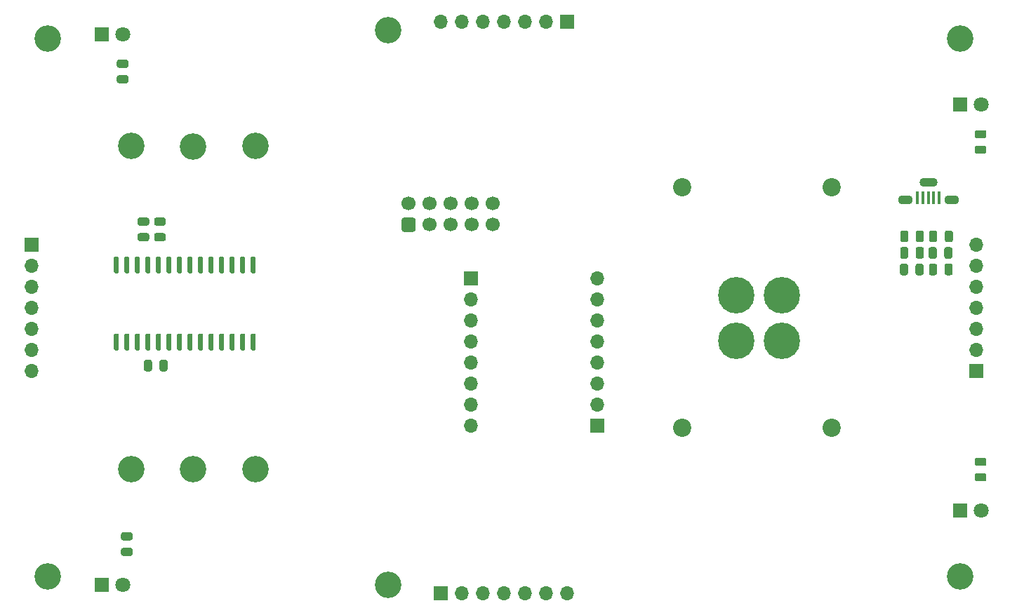
<source format=gts>
G04 #@! TF.GenerationSoftware,KiCad,Pcbnew,5.99.0-unknown-15c4a7b06~104~ubuntu18.04.1*
G04 #@! TF.CreationDate,2020-09-30T21:22:09+01:00*
G04 #@! TF.ProjectId,nesta proto 2.1,6e657374-6120-4707-926f-746f20322e31,rev?*
G04 #@! TF.SameCoordinates,Original*
G04 #@! TF.FileFunction,Soldermask,Top*
G04 #@! TF.FilePolarity,Negative*
%FSLAX46Y46*%
G04 Gerber Fmt 4.6, Leading zero omitted, Abs format (unit mm)*
G04 Created by KiCad (PCBNEW 5.99.0-unknown-15c4a7b06~104~ubuntu18.04.1) date 2020-09-30 21:22:09*
%MOMM*%
%LPD*%
G01*
G04 APERTURE LIST*
%ADD10C,3.200000*%
%ADD11C,4.400000*%
%ADD12C,0.700000*%
%ADD13R,1.800000X1.800000*%
%ADD14C,1.800000*%
%ADD15R,1.700000X1.700000*%
%ADD16O,1.700000X1.700000*%
%ADD17C,2.200000*%
%ADD18C,1.700000*%
%ADD19R,0.450000X1.500000*%
%ADD20O,2.200000X1.100000*%
%ADD21O,1.800000X1.100000*%
G04 APERTURE END LIST*
G36*
G01*
X207956250Y-94925000D02*
X207043750Y-94925000D01*
G75*
G02*
X206800000Y-94681250I0J243750D01*
G01*
X206800000Y-94193750D01*
G75*
G02*
X207043750Y-93950000I243750J0D01*
G01*
X207956250Y-93950000D01*
G75*
G02*
X208200000Y-94193750I0J-243750D01*
G01*
X208200000Y-94681250D01*
G75*
G02*
X207956250Y-94925000I-243750J0D01*
G01*
G37*
G36*
G01*
X207956250Y-93050000D02*
X207043750Y-93050000D01*
G75*
G02*
X206800000Y-92806250I0J243750D01*
G01*
X206800000Y-92318750D01*
G75*
G02*
X207043750Y-92075000I243750J0D01*
G01*
X207956250Y-92075000D01*
G75*
G02*
X208200000Y-92318750I0J-243750D01*
G01*
X208200000Y-92806250D01*
G75*
G02*
X207956250Y-93050000I-243750J0D01*
G01*
G37*
G36*
G01*
X200625000Y-108443750D02*
X200625000Y-109356250D01*
G75*
G02*
X200381250Y-109600000I-243750J0D01*
G01*
X199893750Y-109600000D01*
G75*
G02*
X199650000Y-109356250I0J243750D01*
G01*
X199650000Y-108443750D01*
G75*
G02*
X199893750Y-108200000I243750J0D01*
G01*
X200381250Y-108200000D01*
G75*
G02*
X200625000Y-108443750I0J-243750D01*
G01*
G37*
G36*
G01*
X198750000Y-108443750D02*
X198750000Y-109356250D01*
G75*
G02*
X198506250Y-109600000I-243750J0D01*
G01*
X198018750Y-109600000D01*
G75*
G02*
X197775000Y-109356250I0J243750D01*
G01*
X197775000Y-108443750D01*
G75*
G02*
X198018750Y-108200000I243750J0D01*
G01*
X198506250Y-108200000D01*
G75*
G02*
X198750000Y-108443750I0J-243750D01*
G01*
G37*
D10*
X105000000Y-133000000D03*
X205000000Y-146000000D03*
G36*
G01*
X200650000Y-106443750D02*
X200650000Y-107356250D01*
G75*
G02*
X200406250Y-107600000I-243750J0D01*
G01*
X199918750Y-107600000D01*
G75*
G02*
X199675000Y-107356250I0J243750D01*
G01*
X199675000Y-106443750D01*
G75*
G02*
X199918750Y-106200000I243750J0D01*
G01*
X200406250Y-106200000D01*
G75*
G02*
X200650000Y-106443750I0J-243750D01*
G01*
G37*
G36*
G01*
X198775000Y-106443750D02*
X198775000Y-107356250D01*
G75*
G02*
X198531250Y-107600000I-243750J0D01*
G01*
X198043750Y-107600000D01*
G75*
G02*
X197800000Y-107356250I0J243750D01*
G01*
X197800000Y-106443750D01*
G75*
G02*
X198043750Y-106200000I243750J0D01*
G01*
X198531250Y-106200000D01*
G75*
G02*
X198775000Y-106443750I0J-243750D01*
G01*
G37*
X95000000Y-81000000D03*
X112500000Y-94050000D03*
G36*
G01*
X104456250Y-86425000D02*
X103543750Y-86425000D01*
G75*
G02*
X103300000Y-86181250I0J243750D01*
G01*
X103300000Y-85693750D01*
G75*
G02*
X103543750Y-85450000I243750J0D01*
G01*
X104456250Y-85450000D01*
G75*
G02*
X104700000Y-85693750I0J-243750D01*
G01*
X104700000Y-86181250D01*
G75*
G02*
X104456250Y-86425000I-243750J0D01*
G01*
G37*
G36*
G01*
X104456250Y-84550000D02*
X103543750Y-84550000D01*
G75*
G02*
X103300000Y-84306250I0J243750D01*
G01*
X103300000Y-83818750D01*
G75*
G02*
X103543750Y-83575000I243750J0D01*
G01*
X104456250Y-83575000D01*
G75*
G02*
X104700000Y-83818750I0J-243750D01*
G01*
X104700000Y-84306250D01*
G75*
G02*
X104456250Y-84550000I-243750J0D01*
G01*
G37*
G36*
G01*
X104043750Y-140637500D02*
X104956250Y-140637500D01*
G75*
G02*
X105200000Y-140881250I0J-243750D01*
G01*
X105200000Y-141368750D01*
G75*
G02*
X104956250Y-141612500I-243750J0D01*
G01*
X104043750Y-141612500D01*
G75*
G02*
X103800000Y-141368750I0J243750D01*
G01*
X103800000Y-140881250D01*
G75*
G02*
X104043750Y-140637500I243750J0D01*
G01*
G37*
G36*
G01*
X104043750Y-142512500D02*
X104956250Y-142512500D01*
G75*
G02*
X105200000Y-142756250I0J-243750D01*
G01*
X105200000Y-143243750D01*
G75*
G02*
X104956250Y-143487500I-243750J0D01*
G01*
X104043750Y-143487500D01*
G75*
G02*
X103800000Y-143243750I0J243750D01*
G01*
X103800000Y-142756250D01*
G75*
G02*
X104043750Y-142512500I243750J0D01*
G01*
G37*
D11*
X178000000Y-112000000D03*
D12*
X176833274Y-113166726D03*
X176833274Y-110833274D03*
X179166726Y-113166726D03*
X179166726Y-110833274D03*
X179650000Y-112000000D03*
X176350000Y-112000000D03*
X178000000Y-113650000D03*
X178000000Y-110350000D03*
X176833274Y-116333274D03*
X178000000Y-119150000D03*
X179166726Y-118666726D03*
X176350000Y-117500000D03*
X178000000Y-115850000D03*
D11*
X178000000Y-117500000D03*
D12*
X176833274Y-118666726D03*
X179166726Y-116333274D03*
X179650000Y-117500000D03*
D10*
X120000000Y-133000000D03*
D13*
X101500000Y-80500000D03*
D14*
X104040000Y-80500000D03*
D10*
X136000000Y-147000000D03*
X105000000Y-94000000D03*
G36*
G01*
X207043750Y-131637500D02*
X207956250Y-131637500D01*
G75*
G02*
X208200000Y-131881250I0J-243750D01*
G01*
X208200000Y-132368750D01*
G75*
G02*
X207956250Y-132612500I-243750J0D01*
G01*
X207043750Y-132612500D01*
G75*
G02*
X206800000Y-132368750I0J243750D01*
G01*
X206800000Y-131881250D01*
G75*
G02*
X207043750Y-131637500I243750J0D01*
G01*
G37*
G36*
G01*
X207043750Y-133512500D02*
X207956250Y-133512500D01*
G75*
G02*
X208200000Y-133756250I0J-243750D01*
G01*
X208200000Y-134243750D01*
G75*
G02*
X207956250Y-134487500I-243750J0D01*
G01*
X207043750Y-134487500D01*
G75*
G02*
X206800000Y-134243750I0J243750D01*
G01*
X206800000Y-133756250D01*
G75*
G02*
X207043750Y-133512500I243750J0D01*
G01*
G37*
G36*
G01*
X119605000Y-107325000D02*
X119905000Y-107325000D01*
G75*
G02*
X120055000Y-107475000I0J-150000D01*
G01*
X120055000Y-109225000D01*
G75*
G02*
X119905000Y-109375000I-150000J0D01*
G01*
X119605000Y-109375000D01*
G75*
G02*
X119455000Y-109225000I0J150000D01*
G01*
X119455000Y-107475000D01*
G75*
G02*
X119605000Y-107325000I150000J0D01*
G01*
G37*
G36*
G01*
X118335000Y-107325000D02*
X118635000Y-107325000D01*
G75*
G02*
X118785000Y-107475000I0J-150000D01*
G01*
X118785000Y-109225000D01*
G75*
G02*
X118635000Y-109375000I-150000J0D01*
G01*
X118335000Y-109375000D01*
G75*
G02*
X118185000Y-109225000I0J150000D01*
G01*
X118185000Y-107475000D01*
G75*
G02*
X118335000Y-107325000I150000J0D01*
G01*
G37*
G36*
G01*
X117065000Y-107325000D02*
X117365000Y-107325000D01*
G75*
G02*
X117515000Y-107475000I0J-150000D01*
G01*
X117515000Y-109225000D01*
G75*
G02*
X117365000Y-109375000I-150000J0D01*
G01*
X117065000Y-109375000D01*
G75*
G02*
X116915000Y-109225000I0J150000D01*
G01*
X116915000Y-107475000D01*
G75*
G02*
X117065000Y-107325000I150000J0D01*
G01*
G37*
G36*
G01*
X115795000Y-107325000D02*
X116095000Y-107325000D01*
G75*
G02*
X116245000Y-107475000I0J-150000D01*
G01*
X116245000Y-109225000D01*
G75*
G02*
X116095000Y-109375000I-150000J0D01*
G01*
X115795000Y-109375000D01*
G75*
G02*
X115645000Y-109225000I0J150000D01*
G01*
X115645000Y-107475000D01*
G75*
G02*
X115795000Y-107325000I150000J0D01*
G01*
G37*
G36*
G01*
X114525000Y-107325000D02*
X114825000Y-107325000D01*
G75*
G02*
X114975000Y-107475000I0J-150000D01*
G01*
X114975000Y-109225000D01*
G75*
G02*
X114825000Y-109375000I-150000J0D01*
G01*
X114525000Y-109375000D01*
G75*
G02*
X114375000Y-109225000I0J150000D01*
G01*
X114375000Y-107475000D01*
G75*
G02*
X114525000Y-107325000I150000J0D01*
G01*
G37*
G36*
G01*
X113255000Y-107325000D02*
X113555000Y-107325000D01*
G75*
G02*
X113705000Y-107475000I0J-150000D01*
G01*
X113705000Y-109225000D01*
G75*
G02*
X113555000Y-109375000I-150000J0D01*
G01*
X113255000Y-109375000D01*
G75*
G02*
X113105000Y-109225000I0J150000D01*
G01*
X113105000Y-107475000D01*
G75*
G02*
X113255000Y-107325000I150000J0D01*
G01*
G37*
G36*
G01*
X111985000Y-107325000D02*
X112285000Y-107325000D01*
G75*
G02*
X112435000Y-107475000I0J-150000D01*
G01*
X112435000Y-109225000D01*
G75*
G02*
X112285000Y-109375000I-150000J0D01*
G01*
X111985000Y-109375000D01*
G75*
G02*
X111835000Y-109225000I0J150000D01*
G01*
X111835000Y-107475000D01*
G75*
G02*
X111985000Y-107325000I150000J0D01*
G01*
G37*
G36*
G01*
X110715000Y-107325000D02*
X111015000Y-107325000D01*
G75*
G02*
X111165000Y-107475000I0J-150000D01*
G01*
X111165000Y-109225000D01*
G75*
G02*
X111015000Y-109375000I-150000J0D01*
G01*
X110715000Y-109375000D01*
G75*
G02*
X110565000Y-109225000I0J150000D01*
G01*
X110565000Y-107475000D01*
G75*
G02*
X110715000Y-107325000I150000J0D01*
G01*
G37*
G36*
G01*
X109445000Y-107325000D02*
X109745000Y-107325000D01*
G75*
G02*
X109895000Y-107475000I0J-150000D01*
G01*
X109895000Y-109225000D01*
G75*
G02*
X109745000Y-109375000I-150000J0D01*
G01*
X109445000Y-109375000D01*
G75*
G02*
X109295000Y-109225000I0J150000D01*
G01*
X109295000Y-107475000D01*
G75*
G02*
X109445000Y-107325000I150000J0D01*
G01*
G37*
G36*
G01*
X108175000Y-107325000D02*
X108475000Y-107325000D01*
G75*
G02*
X108625000Y-107475000I0J-150000D01*
G01*
X108625000Y-109225000D01*
G75*
G02*
X108475000Y-109375000I-150000J0D01*
G01*
X108175000Y-109375000D01*
G75*
G02*
X108025000Y-109225000I0J150000D01*
G01*
X108025000Y-107475000D01*
G75*
G02*
X108175000Y-107325000I150000J0D01*
G01*
G37*
G36*
G01*
X106905000Y-107325000D02*
X107205000Y-107325000D01*
G75*
G02*
X107355000Y-107475000I0J-150000D01*
G01*
X107355000Y-109225000D01*
G75*
G02*
X107205000Y-109375000I-150000J0D01*
G01*
X106905000Y-109375000D01*
G75*
G02*
X106755000Y-109225000I0J150000D01*
G01*
X106755000Y-107475000D01*
G75*
G02*
X106905000Y-107325000I150000J0D01*
G01*
G37*
G36*
G01*
X105635000Y-107325000D02*
X105935000Y-107325000D01*
G75*
G02*
X106085000Y-107475000I0J-150000D01*
G01*
X106085000Y-109225000D01*
G75*
G02*
X105935000Y-109375000I-150000J0D01*
G01*
X105635000Y-109375000D01*
G75*
G02*
X105485000Y-109225000I0J150000D01*
G01*
X105485000Y-107475000D01*
G75*
G02*
X105635000Y-107325000I150000J0D01*
G01*
G37*
G36*
G01*
X104365000Y-107325000D02*
X104665000Y-107325000D01*
G75*
G02*
X104815000Y-107475000I0J-150000D01*
G01*
X104815000Y-109225000D01*
G75*
G02*
X104665000Y-109375000I-150000J0D01*
G01*
X104365000Y-109375000D01*
G75*
G02*
X104215000Y-109225000I0J150000D01*
G01*
X104215000Y-107475000D01*
G75*
G02*
X104365000Y-107325000I150000J0D01*
G01*
G37*
G36*
G01*
X103095000Y-107325000D02*
X103395000Y-107325000D01*
G75*
G02*
X103545000Y-107475000I0J-150000D01*
G01*
X103545000Y-109225000D01*
G75*
G02*
X103395000Y-109375000I-150000J0D01*
G01*
X103095000Y-109375000D01*
G75*
G02*
X102945000Y-109225000I0J150000D01*
G01*
X102945000Y-107475000D01*
G75*
G02*
X103095000Y-107325000I150000J0D01*
G01*
G37*
G36*
G01*
X103095000Y-116625000D02*
X103395000Y-116625000D01*
G75*
G02*
X103545000Y-116775000I0J-150000D01*
G01*
X103545000Y-118525000D01*
G75*
G02*
X103395000Y-118675000I-150000J0D01*
G01*
X103095000Y-118675000D01*
G75*
G02*
X102945000Y-118525000I0J150000D01*
G01*
X102945000Y-116775000D01*
G75*
G02*
X103095000Y-116625000I150000J0D01*
G01*
G37*
G36*
G01*
X104365000Y-116625000D02*
X104665000Y-116625000D01*
G75*
G02*
X104815000Y-116775000I0J-150000D01*
G01*
X104815000Y-118525000D01*
G75*
G02*
X104665000Y-118675000I-150000J0D01*
G01*
X104365000Y-118675000D01*
G75*
G02*
X104215000Y-118525000I0J150000D01*
G01*
X104215000Y-116775000D01*
G75*
G02*
X104365000Y-116625000I150000J0D01*
G01*
G37*
G36*
G01*
X105635000Y-116625000D02*
X105935000Y-116625000D01*
G75*
G02*
X106085000Y-116775000I0J-150000D01*
G01*
X106085000Y-118525000D01*
G75*
G02*
X105935000Y-118675000I-150000J0D01*
G01*
X105635000Y-118675000D01*
G75*
G02*
X105485000Y-118525000I0J150000D01*
G01*
X105485000Y-116775000D01*
G75*
G02*
X105635000Y-116625000I150000J0D01*
G01*
G37*
G36*
G01*
X106905000Y-116625000D02*
X107205000Y-116625000D01*
G75*
G02*
X107355000Y-116775000I0J-150000D01*
G01*
X107355000Y-118525000D01*
G75*
G02*
X107205000Y-118675000I-150000J0D01*
G01*
X106905000Y-118675000D01*
G75*
G02*
X106755000Y-118525000I0J150000D01*
G01*
X106755000Y-116775000D01*
G75*
G02*
X106905000Y-116625000I150000J0D01*
G01*
G37*
G36*
G01*
X108175000Y-116625000D02*
X108475000Y-116625000D01*
G75*
G02*
X108625000Y-116775000I0J-150000D01*
G01*
X108625000Y-118525000D01*
G75*
G02*
X108475000Y-118675000I-150000J0D01*
G01*
X108175000Y-118675000D01*
G75*
G02*
X108025000Y-118525000I0J150000D01*
G01*
X108025000Y-116775000D01*
G75*
G02*
X108175000Y-116625000I150000J0D01*
G01*
G37*
G36*
G01*
X109445000Y-116625000D02*
X109745000Y-116625000D01*
G75*
G02*
X109895000Y-116775000I0J-150000D01*
G01*
X109895000Y-118525000D01*
G75*
G02*
X109745000Y-118675000I-150000J0D01*
G01*
X109445000Y-118675000D01*
G75*
G02*
X109295000Y-118525000I0J150000D01*
G01*
X109295000Y-116775000D01*
G75*
G02*
X109445000Y-116625000I150000J0D01*
G01*
G37*
G36*
G01*
X110715000Y-116625000D02*
X111015000Y-116625000D01*
G75*
G02*
X111165000Y-116775000I0J-150000D01*
G01*
X111165000Y-118525000D01*
G75*
G02*
X111015000Y-118675000I-150000J0D01*
G01*
X110715000Y-118675000D01*
G75*
G02*
X110565000Y-118525000I0J150000D01*
G01*
X110565000Y-116775000D01*
G75*
G02*
X110715000Y-116625000I150000J0D01*
G01*
G37*
G36*
G01*
X111985000Y-116625000D02*
X112285000Y-116625000D01*
G75*
G02*
X112435000Y-116775000I0J-150000D01*
G01*
X112435000Y-118525000D01*
G75*
G02*
X112285000Y-118675000I-150000J0D01*
G01*
X111985000Y-118675000D01*
G75*
G02*
X111835000Y-118525000I0J150000D01*
G01*
X111835000Y-116775000D01*
G75*
G02*
X111985000Y-116625000I150000J0D01*
G01*
G37*
G36*
G01*
X113255000Y-116625000D02*
X113555000Y-116625000D01*
G75*
G02*
X113705000Y-116775000I0J-150000D01*
G01*
X113705000Y-118525000D01*
G75*
G02*
X113555000Y-118675000I-150000J0D01*
G01*
X113255000Y-118675000D01*
G75*
G02*
X113105000Y-118525000I0J150000D01*
G01*
X113105000Y-116775000D01*
G75*
G02*
X113255000Y-116625000I150000J0D01*
G01*
G37*
G36*
G01*
X114525000Y-116625000D02*
X114825000Y-116625000D01*
G75*
G02*
X114975000Y-116775000I0J-150000D01*
G01*
X114975000Y-118525000D01*
G75*
G02*
X114825000Y-118675000I-150000J0D01*
G01*
X114525000Y-118675000D01*
G75*
G02*
X114375000Y-118525000I0J150000D01*
G01*
X114375000Y-116775000D01*
G75*
G02*
X114525000Y-116625000I150000J0D01*
G01*
G37*
G36*
G01*
X115795000Y-116625000D02*
X116095000Y-116625000D01*
G75*
G02*
X116245000Y-116775000I0J-150000D01*
G01*
X116245000Y-118525000D01*
G75*
G02*
X116095000Y-118675000I-150000J0D01*
G01*
X115795000Y-118675000D01*
G75*
G02*
X115645000Y-118525000I0J150000D01*
G01*
X115645000Y-116775000D01*
G75*
G02*
X115795000Y-116625000I150000J0D01*
G01*
G37*
G36*
G01*
X117065000Y-116625000D02*
X117365000Y-116625000D01*
G75*
G02*
X117515000Y-116775000I0J-150000D01*
G01*
X117515000Y-118525000D01*
G75*
G02*
X117365000Y-118675000I-150000J0D01*
G01*
X117065000Y-118675000D01*
G75*
G02*
X116915000Y-118525000I0J150000D01*
G01*
X116915000Y-116775000D01*
G75*
G02*
X117065000Y-116625000I150000J0D01*
G01*
G37*
G36*
G01*
X118335000Y-116625000D02*
X118635000Y-116625000D01*
G75*
G02*
X118785000Y-116775000I0J-150000D01*
G01*
X118785000Y-118525000D01*
G75*
G02*
X118635000Y-118675000I-150000J0D01*
G01*
X118335000Y-118675000D01*
G75*
G02*
X118185000Y-118525000I0J150000D01*
G01*
X118185000Y-116775000D01*
G75*
G02*
X118335000Y-116625000I150000J0D01*
G01*
G37*
G36*
G01*
X119605000Y-116625000D02*
X119905000Y-116625000D01*
G75*
G02*
X120055000Y-116775000I0J-150000D01*
G01*
X120055000Y-118525000D01*
G75*
G02*
X119905000Y-118675000I-150000J0D01*
G01*
X119605000Y-118675000D01*
G75*
G02*
X119455000Y-118525000I0J150000D01*
G01*
X119455000Y-116775000D01*
G75*
G02*
X119605000Y-116625000I150000J0D01*
G01*
G37*
D15*
X146000000Y-110000000D03*
D16*
X146000000Y-112540000D03*
X146000000Y-115080000D03*
X146000000Y-117620000D03*
X146000000Y-120160000D03*
X146000000Y-122700000D03*
X146000000Y-125240000D03*
X146000000Y-127780000D03*
D15*
X157600000Y-79000000D03*
D16*
X155060000Y-79000000D03*
X152520000Y-79000000D03*
X149980000Y-79000000D03*
X147440000Y-79000000D03*
X144900000Y-79000000D03*
X142360000Y-79000000D03*
D13*
X101460000Y-147000000D03*
D14*
X104000000Y-147000000D03*
D17*
X189500000Y-128000000D03*
G36*
G01*
X204087500Y-106443750D02*
X204087500Y-107356250D01*
G75*
G02*
X203843750Y-107600000I-243750J0D01*
G01*
X203356250Y-107600000D01*
G75*
G02*
X203112500Y-107356250I0J243750D01*
G01*
X203112500Y-106443750D01*
G75*
G02*
X203356250Y-106200000I243750J0D01*
G01*
X203843750Y-106200000D01*
G75*
G02*
X204087500Y-106443750I0J-243750D01*
G01*
G37*
G36*
G01*
X202212500Y-106443750D02*
X202212500Y-107356250D01*
G75*
G02*
X201968750Y-107600000I-243750J0D01*
G01*
X201481250Y-107600000D01*
G75*
G02*
X201237500Y-107356250I0J243750D01*
G01*
X201237500Y-106443750D01*
G75*
G02*
X201481250Y-106200000I243750J0D01*
G01*
X201968750Y-106200000D01*
G75*
G02*
X202212500Y-106443750I0J-243750D01*
G01*
G37*
D15*
X93000000Y-105880000D03*
D16*
X93000000Y-108420000D03*
X93000000Y-110960000D03*
X93000000Y-113500000D03*
X93000000Y-116040000D03*
X93000000Y-118580000D03*
X93000000Y-121120000D03*
D10*
X136000000Y-80000000D03*
X112500000Y-133000000D03*
G36*
G01*
X106043750Y-102637500D02*
X106956250Y-102637500D01*
G75*
G02*
X107200000Y-102881250I0J-243750D01*
G01*
X107200000Y-103368750D01*
G75*
G02*
X106956250Y-103612500I-243750J0D01*
G01*
X106043750Y-103612500D01*
G75*
G02*
X105800000Y-103368750I0J243750D01*
G01*
X105800000Y-102881250D01*
G75*
G02*
X106043750Y-102637500I243750J0D01*
G01*
G37*
G36*
G01*
X106043750Y-104512500D02*
X106956250Y-104512500D01*
G75*
G02*
X107200000Y-104756250I0J-243750D01*
G01*
X107200000Y-105243750D01*
G75*
G02*
X106956250Y-105487500I-243750J0D01*
G01*
X106043750Y-105487500D01*
G75*
G02*
X105800000Y-105243750I0J243750D01*
G01*
X105800000Y-104756250D01*
G75*
G02*
X106043750Y-104512500I243750J0D01*
G01*
G37*
X95000000Y-146000000D03*
D17*
X171500000Y-128000000D03*
D10*
X205000000Y-81000000D03*
G36*
G01*
X204150000Y-104443750D02*
X204150000Y-105356250D01*
G75*
G02*
X203906250Y-105600000I-243750J0D01*
G01*
X203418750Y-105600000D01*
G75*
G02*
X203175000Y-105356250I0J243750D01*
G01*
X203175000Y-104443750D01*
G75*
G02*
X203418750Y-104200000I243750J0D01*
G01*
X203906250Y-104200000D01*
G75*
G02*
X204150000Y-104443750I0J-243750D01*
G01*
G37*
G36*
G01*
X202275000Y-104443750D02*
X202275000Y-105356250D01*
G75*
G02*
X202031250Y-105600000I-243750J0D01*
G01*
X201543750Y-105600000D01*
G75*
G02*
X201300000Y-105356250I0J243750D01*
G01*
X201300000Y-104443750D01*
G75*
G02*
X201543750Y-104200000I243750J0D01*
G01*
X202031250Y-104200000D01*
G75*
G02*
X202275000Y-104443750I0J-243750D01*
G01*
G37*
D17*
X189500000Y-99000000D03*
G36*
G01*
X108043750Y-102637500D02*
X108956250Y-102637500D01*
G75*
G02*
X109200000Y-102881250I0J-243750D01*
G01*
X109200000Y-103368750D01*
G75*
G02*
X108956250Y-103612500I-243750J0D01*
G01*
X108043750Y-103612500D01*
G75*
G02*
X107800000Y-103368750I0J243750D01*
G01*
X107800000Y-102881250D01*
G75*
G02*
X108043750Y-102637500I243750J0D01*
G01*
G37*
G36*
G01*
X108043750Y-104512500D02*
X108956250Y-104512500D01*
G75*
G02*
X109200000Y-104756250I0J-243750D01*
G01*
X109200000Y-105243750D01*
G75*
G02*
X108956250Y-105487500I-243750J0D01*
G01*
X108043750Y-105487500D01*
G75*
G02*
X107800000Y-105243750I0J243750D01*
G01*
X107800000Y-104756250D01*
G75*
G02*
X108043750Y-104512500I243750J0D01*
G01*
G37*
G36*
G01*
X200650000Y-104443750D02*
X200650000Y-105356250D01*
G75*
G02*
X200406250Y-105600000I-243750J0D01*
G01*
X199918750Y-105600000D01*
G75*
G02*
X199675000Y-105356250I0J243750D01*
G01*
X199675000Y-104443750D01*
G75*
G02*
X199918750Y-104200000I243750J0D01*
G01*
X200406250Y-104200000D01*
G75*
G02*
X200650000Y-104443750I0J-243750D01*
G01*
G37*
G36*
G01*
X198775000Y-104443750D02*
X198775000Y-105356250D01*
G75*
G02*
X198531250Y-105600000I-243750J0D01*
G01*
X198043750Y-105600000D01*
G75*
G02*
X197800000Y-105356250I0J243750D01*
G01*
X197800000Y-104443750D01*
G75*
G02*
X198043750Y-104200000I243750J0D01*
G01*
X198531250Y-104200000D01*
G75*
G02*
X198775000Y-104443750I0J-243750D01*
G01*
G37*
X171500000Y-99000000D03*
D12*
X182333274Y-116333274D03*
X183500000Y-115850000D03*
X184666726Y-116333274D03*
X184666726Y-118666726D03*
D11*
X183500000Y-117500000D03*
D12*
X181850000Y-117500000D03*
X182333274Y-118666726D03*
X185150000Y-117500000D03*
X183500000Y-119150000D03*
D13*
X205000000Y-89000000D03*
D14*
X207540000Y-89000000D03*
D15*
X142380000Y-148000000D03*
D16*
X144920000Y-148000000D03*
X147460000Y-148000000D03*
X150000000Y-148000000D03*
X152540000Y-148000000D03*
X155080000Y-148000000D03*
X157620000Y-148000000D03*
G36*
G01*
X139100000Y-104350000D02*
X137900000Y-104350000D01*
G75*
G02*
X137650000Y-104100000I0J250000D01*
G01*
X137650000Y-102900000D01*
G75*
G02*
X137900000Y-102650000I250000J0D01*
G01*
X139100000Y-102650000D01*
G75*
G02*
X139350000Y-102900000I0J-250000D01*
G01*
X139350000Y-104100000D01*
G75*
G02*
X139100000Y-104350000I-250000J0D01*
G01*
G37*
D18*
X138500000Y-100960000D03*
X141040000Y-103500000D03*
X141040000Y-100960000D03*
X143580000Y-103500000D03*
X143580000Y-100960000D03*
X146120000Y-103500000D03*
X146120000Y-100960000D03*
X148660000Y-103500000D03*
X148660000Y-100960000D03*
D15*
X207000000Y-121120000D03*
D16*
X207000000Y-118580000D03*
X207000000Y-116040000D03*
X207000000Y-113500000D03*
X207000000Y-110960000D03*
X207000000Y-108420000D03*
X207000000Y-105880000D03*
D19*
X202500000Y-100275000D03*
X201850000Y-100275000D03*
X201200000Y-100275000D03*
X200550000Y-100275000D03*
X199900000Y-100275000D03*
D20*
X201200000Y-98375000D03*
D21*
X204000000Y-100525000D03*
X198400000Y-100525000D03*
G36*
G01*
X109425000Y-120043750D02*
X109425000Y-120956250D01*
G75*
G02*
X109181250Y-121200000I-243750J0D01*
G01*
X108693750Y-121200000D01*
G75*
G02*
X108450000Y-120956250I0J243750D01*
G01*
X108450000Y-120043750D01*
G75*
G02*
X108693750Y-119800000I243750J0D01*
G01*
X109181250Y-119800000D01*
G75*
G02*
X109425000Y-120043750I0J-243750D01*
G01*
G37*
G36*
G01*
X107550000Y-120043750D02*
X107550000Y-120956250D01*
G75*
G02*
X107306250Y-121200000I-243750J0D01*
G01*
X106818750Y-121200000D01*
G75*
G02*
X106575000Y-120956250I0J243750D01*
G01*
X106575000Y-120043750D01*
G75*
G02*
X106818750Y-119800000I243750J0D01*
G01*
X107306250Y-119800000D01*
G75*
G02*
X107550000Y-120043750I0J-243750D01*
G01*
G37*
D12*
X183500000Y-113650000D03*
X181850000Y-112000000D03*
X185150000Y-112000000D03*
X184666726Y-110833274D03*
X183500000Y-110350000D03*
X182333274Y-110833274D03*
X182333274Y-113166726D03*
X184666726Y-113166726D03*
D11*
X183500000Y-112000000D03*
D13*
X205000000Y-138000000D03*
D14*
X207540000Y-138000000D03*
G36*
G01*
X204125000Y-108443750D02*
X204125000Y-109356250D01*
G75*
G02*
X203881250Y-109600000I-243750J0D01*
G01*
X203393750Y-109600000D01*
G75*
G02*
X203150000Y-109356250I0J243750D01*
G01*
X203150000Y-108443750D01*
G75*
G02*
X203393750Y-108200000I243750J0D01*
G01*
X203881250Y-108200000D01*
G75*
G02*
X204125000Y-108443750I0J-243750D01*
G01*
G37*
G36*
G01*
X202250000Y-108443750D02*
X202250000Y-109356250D01*
G75*
G02*
X202006250Y-109600000I-243750J0D01*
G01*
X201518750Y-109600000D01*
G75*
G02*
X201275000Y-109356250I0J243750D01*
G01*
X201275000Y-108443750D01*
G75*
G02*
X201518750Y-108200000I243750J0D01*
G01*
X202006250Y-108200000D01*
G75*
G02*
X202250000Y-108443750I0J-243750D01*
G01*
G37*
D15*
X161240000Y-127780000D03*
D16*
X161240000Y-125240000D03*
X161240000Y-122700000D03*
X161240000Y-120160000D03*
X161240000Y-117620000D03*
X161240000Y-115080000D03*
X161240000Y-112540000D03*
X161240000Y-110000000D03*
D10*
X120000000Y-94000000D03*
M02*

</source>
